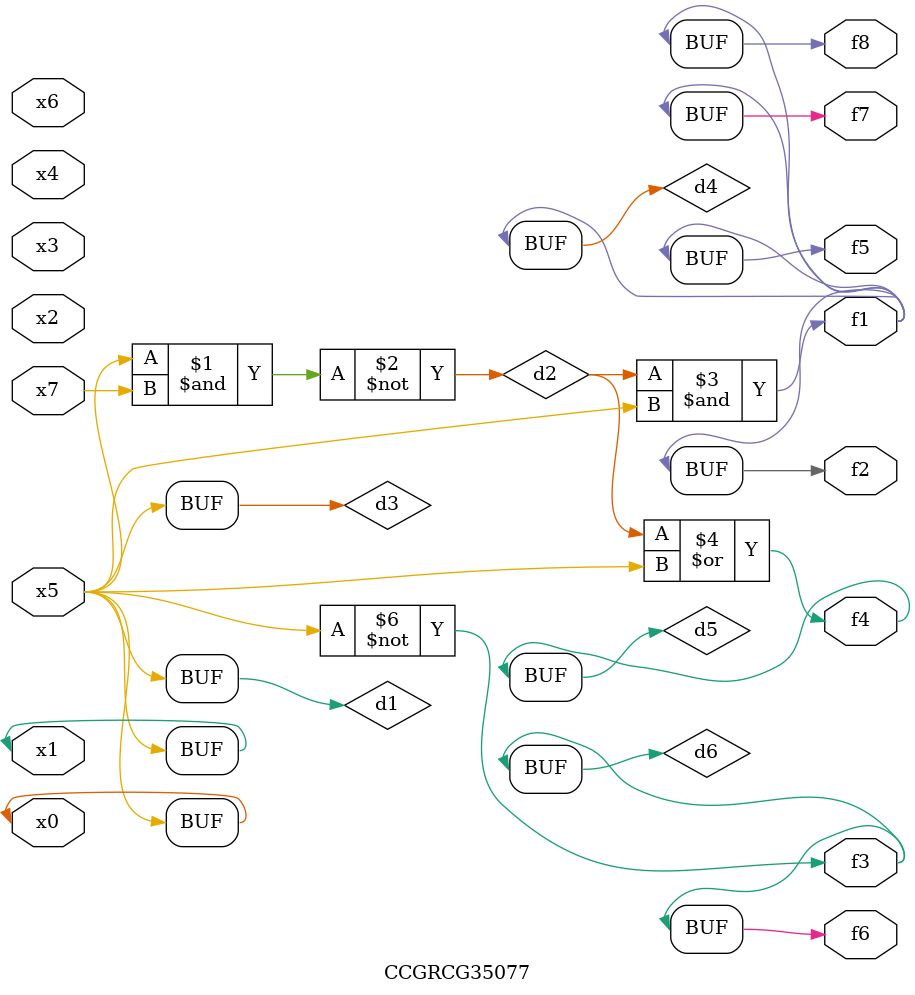
<source format=v>
module CCGRCG35077(
	input x0, x1, x2, x3, x4, x5, x6, x7,
	output f1, f2, f3, f4, f5, f6, f7, f8
);

	wire d1, d2, d3, d4, d5, d6;

	buf (d1, x0, x5);
	nand (d2, x5, x7);
	buf (d3, x0, x1);
	and (d4, d2, d3);
	or (d5, d2, d3);
	nor (d6, d1, d3);
	assign f1 = d4;
	assign f2 = d4;
	assign f3 = d6;
	assign f4 = d5;
	assign f5 = d4;
	assign f6 = d6;
	assign f7 = d4;
	assign f8 = d4;
endmodule

</source>
